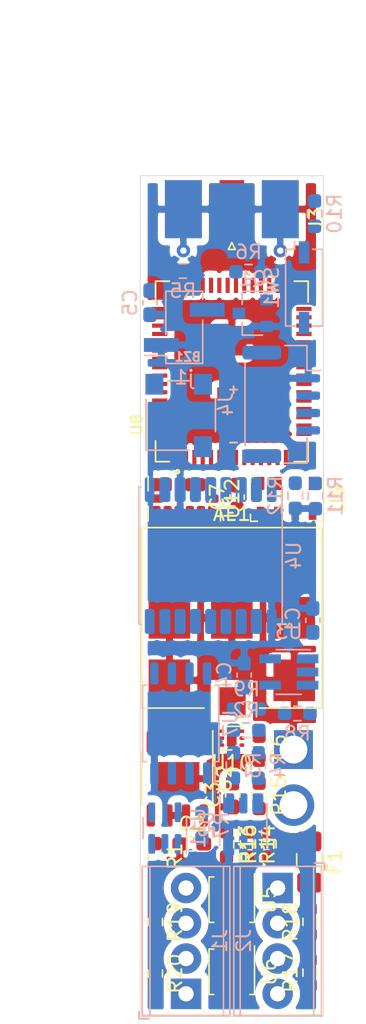
<source format=kicad_pcb>
(kicad_pcb (version 20171130) (host pcbnew 5.1.10)
  (layers (0 F.Cu signal) (1 In1.Cu signal) (2 In2.Cu signal) (31 B.Cu signal) (34 B.Paste user) (35 F.Paste user) (36 B.SilkS user) (37 F.SilkS user) (38 B.Mask user) (39 F.Mask user) (44 Edge.Cuts user))
  (net 0 "")
  (net 1 "Net-(BZ1-Pad2)")
  (net 2 /3V3)
  (net 3 "Net-(C1-Pad2)")
  (net 4 GND)
  (net 5 /3V3_BAK)
  (net 6 "Net-(C6-Pad1)")
  (net 7 "Net-(D2-Pad3)")
  (net 8 "Net-(D2-Pad2)")
  (net 9 "Net-(D2-Pad1)")
  (net 10 /V_BAT)
  (net 11 "Net-(F1-Pad1)")
  (net 12 "Net-(J3-Pad1)")
  (net 13 "Net-(R1-Pad2)")
  (net 14 "Net-(Q1-Pad1)")
  (net 15 /LED_B)
  (net 16 /LED_R)
  (net 17 /LED_G)
  (net 18 /BUZZER)
  (net 19 /BAT_SENSE)
  (net 20 "Net-(R7-Pad1)")
  (net 21 /FLASH_CS)
  (net 22 /3v3)
  (net 23 "Net-(U10-Pad2)")
  (net 24 "Net-(U10-Pad6)")
  (net 25 /GPS_TX)
  (net 26 /GPS_RX)
  (net 27 /PYRO_1_EN)
  (net 28 /PYRO_2_EN)
  (net 29 /PYRO_3_EN)
  (net 30 /PYRO_4_EN)
  (net 31 /FLASH_SCK)
  (net 32 /FLASH_MOSI)
  (net 33 /FLASH_MISO)
  (net 34 /EXT_TX)
  (net 35 /EXT_RX)
  (net 36 "Net-(U9-Pad4)")
  (net 37 "Net-(AE1-Pad1)")
  (net 38 "Net-(U12-Pad2)")
  (net 39 "Net-(R10-Pad1)")
  (net 40 /SCL3)
  (net 41 /SDA3)
  (net 42 /PYRO_1)
  (net 43 /PYRO_3)
  (net 44 /PYRO_4)
  (net 45 /PYRO_2)
  (net 46 "Net-(R13-Pad2)")
  (net 47 "Net-(R14-Pad2)")
  (net 48 "Net-(R15-Pad2)")
  (net 49 "Net-(R16-Pad1)")
  (module Resistor_SMD:R_0603_1608Metric_Pad0.98x0.95mm_HandSolder (layer F.Cu) (at 125.2855 120.0785 270)
    (fp_text reference R20 (at 0 -1.43 90) (layer F.SilkS))
    (fp_text value 10k)
    (pad 2 smd roundrect (at 0.9125 0 270) (size 0.975 0.95) (layers F.Cu F.Paste F.Mask) (net 4 GND))
    (pad 1 smd roundrect (at -0.9125 0 270) (size 0.975 0.95) (layers F.Cu F.Paste F.Mask) (net 29 /PYRO_3_EN))
  )
  (module Resistor_SMD:R_0603_1608Metric_Pad0.98x0.95mm_HandSolder (layer F.Cu) (at 125.2855 116.372 270)
    (fp_text reference R19 (at 0 -1.43 90) (layer F.SilkS))
    (fp_text value 10k)
    (pad 2 smd roundrect (at 0.9125 0 270) (size 0.975 0.95) (layers F.Cu F.Paste F.Mask) (net 4 GND))
    (pad 1 smd roundrect (at -0.9125 0 270) (size 0.975 0.95) (layers F.Cu F.Paste F.Mask) (net 27 /PYRO_1_EN))
  )
  (module Resistor_SMD:R_0603_1608Metric_Pad0.98x0.95mm_HandSolder (layer F.Cu) (at 136.4615 116.3555 90)
    (fp_text reference R18 (at 0 -1.43 90) (layer F.SilkS))
    (fp_text value 10k)
    (pad 2 smd roundrect (at 0.9125 0 90) (size 0.975 0.95) (layers F.Cu F.Paste F.Mask) (net 30 /PYRO_4_EN))
    (pad 1 smd roundrect (at -0.9125 0 90) (size 0.975 0.95) (layers F.Cu F.Paste F.Mask) (net 4 GND))
  )
  (module Resistor_SMD:R_0603_1608Metric_Pad0.98x0.95mm_HandSolder (layer F.Cu) (at 136.4615 120.015 90)
    (fp_text reference R17 (at 0 -1.43 90) (layer F.SilkS))
    (fp_text value 10k)
    (pad 2 smd roundrect (at 0.9125 0 90) (size 0.975 0.95) (layers F.Cu F.Paste F.Mask) (net 28 /PYRO_2_EN))
    (pad 1 smd roundrect (at -0.9125 0 90) (size 0.975 0.95) (layers F.Cu F.Paste F.Mask) (net 4 GND))
  )
  (module Resistor_SMD:R_0603_1608Metric_Pad0.98x0.95mm_HandSolder (layer F.Cu) (at 133.477 110.7675 90)
    (fp_text reference R16 (at 0 -1.43 90) (layer F.SilkS))
    (fp_text value 500)
    (pad 2 smd roundrect (at 0.9125 0 90) (size 0.975 0.95) (layers F.Cu F.Paste F.Mask) (net 30 /PYRO_4_EN))
    (pad 1 smd roundrect (at -0.9125 0 90) (size 0.975 0.95) (layers F.Cu F.Paste F.Mask) (net 49 "Net-(R16-Pad1)"))
  )
  (module Resistor_SMD:R_0603_1608Metric_Pad0.98x0.95mm_HandSolder (layer F.Cu) (at 132.7785 107.275 270)
    (fp_text reference R15 (at 0 -1.43 90) (layer F.SilkS))
    (fp_text value 500)
    (pad 2 smd roundrect (at 0.9125 0 270) (size 0.975 0.95) (layers F.Cu F.Paste F.Mask) (net 48 "Net-(R15-Pad2)"))
    (pad 1 smd roundrect (at -0.9125 0 270) (size 0.975 0.95) (layers F.Cu F.Paste F.Mask) (net 29 /PYRO_3_EN))
  )
  (module Resistor_SMD:R_0603_1608Metric_Pad0.98x0.95mm_HandSolder (layer F.Cu) (at 131.953 110.784 270)
    (fp_text reference R14 (at 0 -1.43 90) (layer F.SilkS))
    (fp_text value 500)
    (pad 2 smd roundrect (at 0.9125 0 270) (size 0.975 0.95) (layers F.Cu F.Paste F.Mask) (net 47 "Net-(R14-Pad2)"))
    (pad 1 smd roundrect (at -0.9125 0 270) (size 0.975 0.95) (layers F.Cu F.Paste F.Mask) (net 28 /PYRO_2_EN))
  )
  (module Resistor_SMD:R_0603_1608Metric_Pad0.98x0.95mm_HandSolder (layer F.Cu) (at 130.429 110.784 270)
    (fp_text reference R13 (at 0 -1.43 90) (layer F.SilkS))
    (fp_text value 500)
    (pad 2 smd roundrect (at 0.9125 0 270) (size 0.975 0.95) (layers F.Cu F.Paste F.Mask) (net 46 "Net-(R13-Pad2)"))
    (pad 1 smd roundrect (at -0.9125 0 270) (size 0.975 0.95) (layers F.Cu F.Paste F.Mask) (net 27 /PYRO_1_EN))
  )
  (module Resistor_SMD:R_0603_1608Metric_Pad0.98x0.95mm_HandSolder (layer B.Cu) (at 135.382 85.6615 270)
    (fp_text reference R12 (at 0 1.43 90) (layer B.SilkS) (effects (justify mirror)))
    (fp_text value 4.7k)
    (pad 2 smd roundrect (at 0.9125 0 270) (size 0.975 0.95) (layers B.Cu B.Paste B.Mask) (net 4 GND))
    (pad 1 smd roundrect (at -0.9125 0 270) (size 0.975 0.95) (layers B.Cu B.Paste B.Mask) (net 41 /SDA3))
  )
  (module Resistor_SMD:R_0603_1608Metric_Pad0.98x0.95mm_HandSolder (layer B.Cu) (at 136.8425 85.685 90)
    (fp_text reference R11 (at 0 1.43 90) (layer B.SilkS) (effects (justify mirror)))
    (fp_text value 4.7k)
    (pad 2 smd roundrect (at 0.9125 0 90) (size 0.975 0.95) (layers B.Cu B.Paste B.Mask) (net 40 /SCL3))
    (pad 1 smd roundrect (at -0.9125 0 90) (size 0.975 0.95) (layers B.Cu B.Paste B.Mask) (net 4 GND))
  )
  (module Package_SO:Vishay_PowerPAK_1212-8_Dual (layer F.Cu) (at 130.81 119.9515 270)
    (fp_text reference U6 (at 0 -2.7 90) (layer F.SilkS))
    (fp_text value Si7232DN)
    (pad 6 smd custom (at 0.5575 -0.6075 270) (size 1.725 0.99) (layers F.Cu F.Paste F.Mask) (net 44 /PYRO_4) (options (clearance outline) (anchor rect)) (primitives (gr_poly (pts (xy 0.6125 0.495) (xy 1.3725 0.495) (xy 1.3725 0.09) (xy 0.8625 0.09) (xy 0.8625 -0.165) (xy 1.3725 -0.165) (xy 1.3725 -0.5875) (xy 0.6125 -0.5875)) (width 0))))
    (pad 5 smd custom (at 0.5575 0.6075 270) (size 1.725 0.99) (layers F.Cu F.Paste F.Mask) (net 43 /PYRO_3) (options (clearance outline) (anchor rect)) (primitives (gr_poly (pts (xy 0.6125 -0.495) (xy 1.3725 -0.495) (xy 1.3725 -0.09) (xy 0.8625 -0.09) (xy 0.8625 0.165) (xy 1.3725 0.165) (xy 1.3725 0.5875) (xy 0.6125 0.5875)) (width 0))))
    (pad 4 smd rect (at -1.435 0.99 270) (size 0.99 0.405) (layers F.Cu F.Paste F.Mask) (net 48 "Net-(R15-Pad2)"))
    (pad 3 smd rect (at -1.435 0.33 270) (size 0.99 0.405) (layers F.Cu F.Paste F.Mask) (net 4 GND))
    (pad 2 smd rect (at -1.435 -0.33 270) (size 0.99 0.405) (layers F.Cu F.Paste F.Mask) (net 49 "Net-(R16-Pad1)"))
    (pad 1 smd rect (at -1.435 -0.99 270) (size 0.99 0.405) (layers F.Cu F.Paste F.Mask) (net 4 GND))
  )
  (module Package_SO:Vishay_PowerPAK_1212-8_Dual (layer F.Cu) (at 130.81 114.7585 270)
    (fp_text reference U5 (at 0 -2.7 90) (layer F.SilkS))
    (fp_text value Si7232DN)
    (pad 6 smd custom (at 0.5575 -0.6075 270) (size 1.725 0.99) (layers F.Cu F.Paste F.Mask) (net 45 /PYRO_2) (options (clearance outline) (anchor rect)) (primitives (gr_poly (pts (xy 0.6125 0.495) (xy 1.3725 0.495) (xy 1.3725 0.09) (xy 0.8625 0.09) (xy 0.8625 -0.165) (xy 1.3725 -0.165) (xy 1.3725 -0.5875) (xy 0.6125 -0.5875)) (width 0))))
    (pad 5 smd custom (at 0.5575 0.6075 270) (size 1.725 0.99) (layers F.Cu F.Paste F.Mask) (net 42 /PYRO_1) (options (clearance outline) (anchor rect)) (primitives (gr_poly (pts (xy 0.6125 -0.495) (xy 1.3725 -0.495) (xy 1.3725 -0.09) (xy 0.8625 -0.09) (xy 0.8625 0.165) (xy 1.3725 0.165) (xy 1.3725 0.5875) (xy 0.6125 0.5875)) (width 0))))
    (pad 4 smd rect (at -1.435 0.99 270) (size 0.99 0.405) (layers F.Cu F.Paste F.Mask) (net 46 "Net-(R13-Pad2)"))
    (pad 3 smd rect (at -1.435 0.33 270) (size 0.99 0.405) (layers F.Cu F.Paste F.Mask) (net 4 GND))
    (pad 2 smd rect (at -1.435 -0.33 270) (size 0.99 0.405) (layers F.Cu F.Paste F.Mask) (net 47 "Net-(R14-Pad2)"))
    (pad 1 smd rect (at -1.435 -0.99 270) (size 0.99 0.405) (layers F.Cu F.Paste F.Mask) (net 4 GND))
  )
  (module custom:xt30_pigtail (layer F.Cu) (at 135.255 103.9495 270)
    (fp_text reference U1 hide)
    (fp_text value JST-RCY)
    (fp_text user + (at 6.5 2 90) (layer F.SilkS) (effects (font (size 1.5 1.5))))
    (pad 2 thru_hole circle (at 4 0 270) (size 3 3) (drill 2) (layers *.Cu *.Mask) (net 11 "Net-(F1-Pad1)"))
    (pad 1 thru_hole rect (at 0 0 270) (size 2.8 2.8) (drill 2) (layers *.Cu *.Mask) (net 4 GND))
  )
  (module Button_Switch_SMD:SW_DIP_SPSTx01_Slide_Copal_CHS-01A_W5.08mm_P1.27mm_JPin (layer B.Cu) (at 136.017 70.6755 270)
    (fp_text reference SW1 (at 0 2.33 270) (layer B.SilkS) (effects (justify mirror)))
    (fp_text value chs-01a)
    (pad 2 smd rect (at 2.54 0 270) (size 1.6 0.76) (layers B.Cu B.Paste B.Mask) (net 39 "Net-(R10-Pad1)"))
    (pad 1 smd rect (at -2.54 0 270) (size 1.6 0.76) (layers B.Cu B.Paste B.Mask) (net 2 /3V3))
  )
  (module Resistor_SMD:R_0603_1608Metric_Pad0.98x0.95mm_HandSolder (layer B.Cu) (at 136.779 65.3415 90)
    (fp_text reference R10 (at 0 1.43 270) (layer B.SilkS) (effects (justify mirror)))
    (fp_text value 10k)
    (pad 2 smd roundrect (at 0.9125 0 90) (size 0.975 0.95) (layers B.Cu B.Paste B.Mask) (net 4 GND))
    (pad 1 smd roundrect (at -0.9125 0 90) (size 0.975 0.95) (layers B.Cu B.Paste B.Mask) (net 39 "Net-(R10-Pad1)"))
  )
  (module Connector_PinHeader_2.54mm:PinHeader_1x02_P2.54mm_Vertical_SMD_Pin1Left (layer B.Cu) (at 127.381 73.533)
    (fp_text reference j1 (at 0 3.6) (layer B.SilkS) (effects (justify mirror)))
    (fp_text value power)
    (pad 2 smd rect (at 1.655 -1.27) (size 2.51 1) (layers B.Cu B.Paste B.Mask) (net 13 "Net-(R1-Pad2)"))
    (pad 1 smd rect (at -1.655 1.27) (size 2.51 1) (layers B.Cu B.Paste B.Mask) (net 4 GND))
  )
  (module Package_LGA:LGA-14_3x5mm_P0.8mm_LayoutBorder1x6y (layer F.Cu) (at 127.381 85.868 270)
    (fp_text reference U12 (at 0 -3.45 90) (layer F.SilkS))
    (fp_text value ADXL343)
    (pad 14 smd roundrect (at 0 -2 270) (size 0.6 0.95) (layers F.Cu F.Paste F.Mask) (net 41 /SDA3))
    (pad 13 smd roundrect (at 1 -2 270) (size 0.95 0.6) (layers F.Cu F.Paste F.Mask))
    (pad 12 smd roundrect (at 1 -1.2 270) (size 0.95 0.6) (layers F.Cu F.Paste F.Mask))
    (pad 11 smd roundrect (at 1 -0.4 270) (size 0.95 0.6) (layers F.Cu F.Paste F.Mask))
    (pad 10 smd roundrect (at 1 0.4 270) (size 0.95 0.6) (layers F.Cu F.Paste F.Mask))
    (pad 9 smd roundrect (at 1 1.2 270) (size 0.95 0.6) (layers F.Cu F.Paste F.Mask))
    (pad 8 smd roundrect (at 1 2 270) (size 0.95 0.6) (layers F.Cu F.Paste F.Mask))
    (pad 7 smd roundrect (at 0 2 270) (size 0.6 0.95) (layers F.Cu F.Paste F.Mask) (net 40 /SCL3))
    (pad 6 smd roundrect (at -1 2 270) (size 0.95 0.6) (layers F.Cu F.Paste F.Mask))
    (pad 5 smd roundrect (at -1 1.2 270) (size 0.95 0.6) (layers F.Cu F.Paste F.Mask) (net 38 "Net-(U12-Pad2)"))
    (pad 4 smd roundrect (at -1 0.4 270) (size 0.95 0.6) (layers F.Cu F.Paste F.Mask) (net 38 "Net-(U12-Pad2)"))
    (pad 3 smd roundrect (at -1 -0.4 270) (size 0.95 0.6) (layers F.Cu F.Paste F.Mask))
    (pad 2 smd roundrect (at -1 -1.2 270) (size 0.95 0.6) (layers F.Cu F.Paste F.Mask) (net 38 "Net-(U12-Pad2)"))
    (pad 1 smd roundrect (at -1 -2 270) (size 0.95 0.6) (layers F.Cu F.Paste F.Mask))
  )
  (module custom:XDCR_CMT-0502-75-SMT-TR (layer B.Cu) (at 127.127 79.883 180)
    (fp_text reference BZ1 (at -0.508 4.2164) (layer B.SilkS) (effects (font (size 0.64 0.64)) (justify mirror)))
    (fp_text value "CMT-0502-75-SMT-TR ")
    (fp_text user - (at -3.81 -1.905) (layer B.SilkS) (effects (font (size 0.64 0.64)) (justify mirror)))
    (fp_text user + (at -3.81 1.905) (layer B.SilkS) (effects (font (size 0.64 0.64)) (justify mirror)))
    (pad 2 smd rect (at -1.6 -2.25 180) (size 1.3 1.5) (layers B.Cu B.Paste B.Mask) (net 1 "Net-(BZ1-Pad2)"))
    (pad 1 smd rect (at -1.6 2.25 180) (size 1.3 1.5) (layers B.Cu B.Paste B.Mask) (net 2 /3V3))
    (pad ~ smd rect (at 1.9 2.25 180) (size 1.3 1.5) (layers B.Cu B.Paste B.Mask))
  )
  (module Connector_JST:JST_GH_BM04B-GHS-TBT_1x04-1MP_P1.25mm_Vertical (layer B.Cu) (at 134.369 79.079 270)
    (fp_text reference J4 (at 0 4 270) (layer B.SilkS) (effects (justify mirror)))
    (fp_text value Conn_01x04)
    (pad MP smd roundrect (at 3.725 1.4 270) (size 1 2.8) (layers B.Cu B.Paste B.Mask))
    (pad MP smd roundrect (at -3.725 1.4 270) (size 1 2.8) (layers B.Cu B.Paste B.Mask))
    (pad 4 smd roundrect (at 1.875 -1.95 270) (size 0.6 1.7) (layers B.Cu B.Paste B.Mask) (net 2 /3V3))
    (pad 3 smd roundrect (at 0.625 -1.95 270) (size 0.6 1.7) (layers B.Cu B.Paste B.Mask) (net 34 /EXT_TX))
    (pad 2 smd roundrect (at -0.625 -1.95 270) (size 0.6 1.7) (layers B.Cu B.Paste B.Mask) (net 35 /EXT_RX))
    (pad 1 smd roundrect (at -1.875 -1.95 270) (size 0.6 1.7) (layers B.Cu B.Paste B.Mask) (net 4 GND))
  )
  (module custom:SGGP.12.4.A.02 (layer F.Cu) (at 130.81 100.457)
    (fp_text reference AE1 (at 0 -13.5) (layer F.SilkS))
    (fp_text value SGGP.12A)
    (pad 1 smd rect (at 0 0) (size 2 2) (layers F.Cu F.Paste F.Mask) (net 37 "Net-(AE1-Pad1)"))
    (pad 2 smd rect (at 4.5 -10.5) (size 3 3) (layers F.Cu F.Paste F.Mask) (net 4 GND))
    (pad 2 smd rect (at 0 -10.5) (size 3 3) (layers F.Cu F.Paste F.Mask) (net 4 GND))
    (pad 2 smd rect (at -4.5 -10.5) (size 3 3) (layers F.Cu F.Paste F.Mask) (net 4 GND))
    (pad 2 smd rect (at -4.5 -6) (size 3 3) (layers F.Cu F.Paste F.Mask) (net 4 GND))
    (pad 2 smd rect (at 4.5 -6) (size 3 3) (layers F.Cu F.Paste F.Mask) (net 4 GND))
    (pad 2 smd rect (at 0 -6) (size 3 3) (layers F.Cu F.Paste F.Mask) (net 4 GND))
    (pad 2 smd rect (at 4.5 -1.5) (size 3 3) (layers F.Cu F.Paste F.Mask) (net 4 GND))
    (pad 2 smd rect (at -4.5 -1.5) (size 3 3) (layers F.Cu F.Paste F.Mask) (net 4 GND))
  )
  (module custom:SC-74-a (layer B.Cu) (at 125.984 109.601 90)
    (fp_text reference U11 (at 0 2.4 270) (layer B.SilkS) (effects (justify mirror)))
    (fp_text value SBE807)
    (pad 5 smd roundrect (at 1.1375 0.95 90) (size 1.425 0.5) (layers B.Cu B.Paste B.Mask) (net 3 "Net-(C1-Pad2)"))
    (pad 4 smd roundrect (at 1.1375 -0.95 90) (size 1.425 0.5) (layers B.Cu B.Paste B.Mask) (net 20 "Net-(R7-Pad1)"))
    (pad 3 smd roundrect (at -1.1375 -0.95 90) (size 1.425 0.5) (layers B.Cu B.Paste B.Mask) (net 11 "Net-(F1-Pad1)"))
    (pad 2 smd roundrect (at -1.1375 0 90) (size 1.425 0.5) (layers B.Cu B.Paste B.Mask))
    (pad 1 smd roundrect (at -1.1375 0.95 90) (size 1.425 0.5) (layers B.Cu B.Paste B.Mask) (net 11 "Net-(F1-Pad1)"))
  )
  (module RF:Skyworks_SKY65404-31 (layer F.Cu) (at 130.81 103.124 180)
    (fp_text reference U10 (at 0 -1.75 180) (layer F.SilkS))
    (fp_text value SKY65723-81)
    (pad 1 smd roundrect (at -0.725 -0.5 180) (size 0.35 0.25) (layers F.Cu F.Paste F.Mask) (net 6 "Net-(C6-Pad1)"))
    (pad 2 smd roundrect (at -0.725 0 180) (size 0.35 0.25) (layers F.Cu F.Paste F.Mask) (net 23 "Net-(U10-Pad2)"))
    (pad 3 smd roundrect (at -0.725 0.5 180) (size 0.35 0.25) (layers F.Cu F.Paste F.Mask) (net 37 "Net-(AE1-Pad1)"))
    (pad 4 smd roundrect (at 0.725 0.5 180) (size 0.35 0.25) (layers F.Cu F.Paste F.Mask))
    (pad 5 smd roundrect (at 0.725 0 180) (size 0.35 0.25) (layers F.Cu F.Paste F.Mask))
    (pad 6 smd roundrect (at 0.725 -0.5 180) (size 0.35 0.25) (layers F.Cu F.Paste F.Mask) (net 24 "Net-(U10-Pad6)"))
    (pad 7 smd custom (at 0 0 180) (size 0.35 0.25) (layers F.Cu F.Paste F.Mask) (net 4 GND) (options (clearance outline) (anchor rect)) (primitives (gr_poly (pts (xy 0.35 -0.6) (xy 0.35 0) (xy 0.35 0.6) (xy 0.1 0.6) (xy 0.1 0.65) (xy -0.1 0.65) (xy -0.1 0.6) (xy -0.35 0.6) (xy -0.35 -0.45) (xy -0.2 -0.6) (xy -0.1 -0.6) (xy -0.1 -0.65) (xy 0.1 -0.65) (xy 0.1 -0.6)) (width 0))))
  )
  (module Package_LGA:LGA-8_3x5mm_P1.25mm (layer F.Cu) (at 134.757 85.852 270)
    (fp_text reference U9 (at 0 -3.65 90) (layer F.SilkS))
    (fp_text value MS5607-02BA)
    (pad 5 smd rect (at 1.075 1.875 270) (size 0.95 0.55) (layers F.Cu F.Paste F.Mask) (net 36 "Net-(U9-Pad4)"))
    (pad 6 smd rect (at 1.075 0.625 270) (size 0.95 0.55) (layers F.Cu F.Paste F.Mask))
    (pad 7 smd rect (at 1.075 -0.625 270) (size 0.95 0.55) (layers F.Cu F.Paste F.Mask) (net 41 /SDA3))
    (pad 8 smd rect (at 1.075 -1.875 270) (size 0.95 0.55) (layers F.Cu F.Paste F.Mask) (net 40 /SCL3))
    (pad 3 smd rect (at -1.075 0.625 270) (size 0.95 0.55) (layers F.Cu F.Paste F.Mask) (net 4 GND))
    (pad 2 smd rect (at -1.075 -0.625 270) (size 0.95 0.55) (layers F.Cu F.Paste F.Mask) (net 2 /3V3))
    (pad 1 smd rect (at -1.075 -1.875 270) (size 0.95 0.55) (layers F.Cu F.Paste F.Mask) (net 2 /3V3))
    (pad 4 smd rect (at -1.075 1.875 270) (size 0.95 0.55) (layers F.Cu F.Paste F.Mask) (net 36 "Net-(U9-Pad4)"))
  )
  (module custom:s76s (layer F.Cu) (at 130.81 76.708 90)
    (fp_text reference U8 (at -3.85268 -6.85478 90) (layer F.SilkS) (effects (font (size 0.787953 0.787953))))
    (fp_text value s76s)
    (pad 1 smd rect (at -6.2 -3.9 90) (size 1.1 0.3) (layers F.Cu F.Paste F.Mask))
    (pad 2 smd rect (at -6.2 -3.3 90) (size 1.1 0.3) (layers F.Cu F.Paste F.Mask) (net 4 GND))
    (pad 3 smd rect (at -6.2 -2.7 90) (size 1.1 0.3) (layers F.Cu F.Paste F.Mask) (net 4 GND))
    (pad 4 smd rect (at -6.2 -2.1 90) (size 1.1 0.3) (layers F.Cu F.Paste F.Mask) (net 40 /SCL3))
    (pad 5 smd rect (at -6.2 -1.5 90) (size 1.1 0.3) (layers F.Cu F.Paste F.Mask) (net 41 /SDA3))
    (pad 6 smd rect (at -6.2 -0.9 90) (size 1.1 0.3) (layers F.Cu F.Paste F.Mask))
    (pad 7 smd rect (at -6.2 -0.3 90) (size 1.1 0.3) (layers F.Cu F.Paste F.Mask))
    (pad 8 smd rect (at -6.2 0.3 90) (size 1.1 0.3) (layers F.Cu F.Paste F.Mask))
    (pad 9 smd rect (at -6.2 0.9 90) (size 1.1 0.3) (layers F.Cu F.Paste F.Mask))
    (pad 10 smd rect (at -6.2 1.5 90) (size 1.1 0.3) (layers F.Cu F.Paste F.Mask))
    (pad 11 smd rect (at -6.2 2.1 90) (size 1.1 0.3) (layers F.Cu F.Paste F.Mask))
    (pad 12 smd rect (at -6.2 2.7 90) (size 1.1 0.3) (layers F.Cu F.Paste F.Mask))
    (pad 13 smd rect (at -6.2 3.3 90) (size 1.1 0.3) (layers F.Cu F.Paste F.Mask) (net 18 /BUZZER))
    (pad 14 smd rect (at -6.2 3.9 90) (size 1.1 0.3) (layers F.Cu F.Paste F.Mask) (net 4 GND))
    (pad 15 smd rect (at -4.5 5.2 90) (size 0.3 1.1) (layers F.Cu F.Paste F.Mask) (net 4 GND))
    (pad 16 smd rect (at -3.9 5.2 90) (size 0.3 1.1) (layers F.Cu F.Paste F.Mask) (net 34 /EXT_TX))
    (pad 17 smd rect (at -3.3 5.2 90) (size 0.3 1.1) (layers F.Cu F.Paste F.Mask) (net 35 /EXT_RX))
    (pad 18 smd rect (at -2.7 5.2 90) (size 0.3 1.1) (layers F.Cu F.Paste F.Mask) (net 21 /FLASH_CS))
    (pad 19 smd rect (at -2.1 5.2 90) (size 0.3 1.1) (layers F.Cu F.Paste F.Mask) (net 31 /FLASH_SCK))
    (pad 20 smd rect (at -1.5 5.2 90) (size 0.3 1.1) (layers F.Cu F.Paste F.Mask) (net 33 /FLASH_MISO))
    (pad 21 smd rect (at -0.9 5.2 90) (size 0.3 1.1) (layers F.Cu F.Paste F.Mask) (net 32 /FLASH_MOSI))
    (pad 22 smd rect (at -0.3 5.2 90) (size 0.3 1.1) (layers F.Cu F.Paste F.Mask))
    (pad 23 smd rect (at 0.3 5.2 90) (size 0.3 1.1) (layers F.Cu F.Paste F.Mask))
    (pad 24 smd rect (at 0.9 5.2 90) (size 0.3 1.1) (layers F.Cu F.Paste F.Mask))
    (pad 25 smd rect (at 1.5 5.2 90) (size 0.3 1.1) (layers F.Cu F.Paste F.Mask))
    (pad 26 smd rect (at 2.1 5.2 90) (size 0.3 1.1) (layers F.Cu F.Paste F.Mask) (net 15 /LED_B))
    (pad 27 smd rect (at 2.7 5.2 90) (size 0.3 1.1) (layers F.Cu F.Paste F.Mask) (net 16 /LED_R))
    (pad 28 smd rect (at 3.3 5.2 90) (size 0.3 1.1) (layers F.Cu F.Paste F.Mask) (net 17 /LED_G))
    (pad 29 smd rect (at 3.9 5.2 90) (size 0.3 1.1) (layers F.Cu F.Paste F.Mask))
    (pad 30 smd rect (at 4.5 5.2 90) (size 0.3 1.1) (layers F.Cu F.Paste F.Mask))
    (pad 31 smd rect (at 6.2 3.9 90) (size 1.1 0.3) (layers F.Cu F.Paste F.Mask) (net 4 GND))
    (pad 32 smd rect (at 6.2 3.3 90) (size 1.1 0.3) (layers F.Cu F.Paste F.Mask) (net 4 GND))
    (pad 33 smd rect (at 6.2 2.7 90) (size 1.1 0.3) (layers F.Cu F.Paste F.Mask) (net 12 "Net-(J3-Pad1)"))
    (pad 34 smd rect (at 6.2 2.1 90) (size 1.1 0.3) (layers F.Cu F.Paste F.Mask) (net 4 GND))
    (pad 35 smd rect (at 6.2 1.5 90) (size 1.1 0.3) (layers F.Cu F.Paste F.Mask) (net 4 GND))
    (pad 36 smd rect (at 6.2 0.9 90) (size 1.1 0.3) (layers F.Cu F.Paste F.Mask) (net 18 /BUZZER))
    (pad 37 smd rect (at 6.2 0.3 90) (size 1.1 0.3) (layers F.Cu F.Paste F.Mask) (net 4 GND))
    (pad 38 smd rect (at 6.2 -0.3 90) (size 1.1 0.3) (layers F.Cu F.Paste F.Mask))
    (pad 39 smd rect (at 6.2 -0.9 90) (size 1.1 0.3) (layers F.Cu F.Paste F.Mask) (net 4 GND))
    (pad 40 smd rect (at 6.2 -1.5 90) (size 1.1 0.3) (layers F.Cu F.Paste F.Mask))
    (pad 41 smd rect (at 6.2 -2.1 90) (size 1.1 0.3) (layers F.Cu F.Paste F.Mask) (net 4 GND))
    (pad 42 smd rect (at 6.2 -2.7 90) (size 1.1 0.3) (layers F.Cu F.Paste F.Mask))
    (pad 43 smd rect (at 6.2 -3.3 90) (size 1.1 0.3) (layers F.Cu F.Paste F.Mask) (net 2 /3V3))
    (pad 44 smd rect (at 6.2 -3.9 90) (size 1.1 0.3) (layers F.Cu F.Paste F.Mask) (net 2 /3V3))
    (pad 45 smd rect (at 4.5 -5.2 90) (size 0.3 1.1) (layers F.Cu F.Paste F.Mask))
    (pad 46 smd rect (at 3.9 -5.2 90) (size 0.3 1.1) (layers F.Cu F.Paste F.Mask))
    (pad 47 smd rect (at 3.3 -5.2 90) (size 0.3 1.1) (layers F.Cu F.Paste F.Mask))
    (pad 48 smd rect (at 2.7 -5.2 90) (size 0.3 1.1) (layers F.Cu F.Paste F.Mask))
    (pad 49 smd rect (at 2.1 -5.2 90) (size 0.3 1.1) (layers F.Cu F.Paste F.Mask))
    (pad 50 smd rect (at 1.5 -5.2 90) (size 0.3 1.1) (layers F.Cu F.Paste F.Mask))
    (pad 51 smd rect (at 0.9 -5.2 90) (size 0.3 1.1) (layers F.Cu F.Paste F.Mask))
    (pad 52 smd rect (at 0.3 -5.2 90) (size 0.3 1.1) (layers F.Cu F.Paste F.Mask) (net 25 /GPS_TX))
    (pad 53 smd rect (at -0.3 -5.2 90) (size 0.3 1.1) (layers F.Cu F.Paste F.Mask) (net 26 /GPS_RX))
    (pad 54 smd rect (at -0.9 -5.2 90) (size 0.3 1.1) (layers F.Cu F.Paste F.Mask))
    (pad 55 smd rect (at -1.5 -5.2 90) (size 0.3 1.1) (layers F.Cu F.Paste F.Mask))
    (pad 56 smd rect (at -2.1 -5.2 90) (size 0.3 1.1) (layers F.Cu F.Paste F.Mask))
    (pad 57 smd rect (at -2.7 -5.2 90) (size 0.3 1.1) (layers F.Cu F.Paste F.Mask))
    (pad 58 smd rect (at -3.3 -5.2 90) (size 0.3 1.1) (layers F.Cu F.Paste F.Mask))
    (pad 59 smd rect (at -3.9 -5.2 90) (size 0.3 1.1) (layers F.Cu F.Paste F.Mask) (net 39 "Net-(R10-Pad1)"))
    (pad 60 smd rect (at -4.5 -5.2 90) (size 0.3 1.1) (layers F.Cu F.Paste F.Mask))
    (pad 61 smd rect (at -2.2 0 90) (size 2.1 2.1) (layers F.Cu F.Paste F.Mask) (net 4 GND))
    (pad 62 smd rect (at 2.2 0 90) (size 2.1 2.1) (layers F.Cu F.Paste F.Mask) (net 4 GND))
  )
  (module Package_SO:SOIC-8_5.275x5.275mm_P1.27mm (layer B.Cu) (at 127.127 102.064 90)
    (fp_text reference U7 (at 0 3.59 90) (layer B.SilkS) (effects (justify mirror)))
    (fp_text value W25Q16JVS)
    (pad 8 smd roundrect (at 3.6 1.905 90) (size 1.6 0.6) (layers B.Cu B.Paste B.Mask) (net 22 /3v3))
    (pad 7 smd roundrect (at 3.6 0.635 90) (size 1.6 0.6) (layers B.Cu B.Paste B.Mask) (net 22 /3v3))
    (pad 6 smd roundrect (at 3.6 -0.635 90) (size 1.6 0.6) (layers B.Cu B.Paste B.Mask) (net 31 /FLASH_SCK))
    (pad 5 smd roundrect (at 3.6 -1.905 90) (size 1.6 0.6) (layers B.Cu B.Paste B.Mask) (net 32 /FLASH_MOSI))
    (pad 4 smd roundrect (at -3.6 -1.905 90) (size 1.6 0.6) (layers B.Cu B.Paste B.Mask) (net 4 GND))
    (pad 3 smd roundrect (at -3.6 -0.635 90) (size 1.6 0.6) (layers B.Cu B.Paste B.Mask) (net 2 /3V3))
    (pad 2 smd roundrect (at -3.6 0.635 90) (size 1.6 0.6) (layers B.Cu B.Paste B.Mask) (net 33 /FLASH_MISO))
    (pad 1 smd roundrect (at -3.6 1.905 90) (size 1.6 0.6) (layers B.Cu B.Paste B.Mask) (net 21 /FLASH_CS))
  )
  (module RF_GPS:ublox_MAX (layer B.Cu) (at 129.284 89.967 90)
    (fp_text reference U4 (at 0 6 90) (layer B.SilkS) (effects (justify mirror)))
    (fp_text value MAX-M8C)
    (pad 18 smd roundrect (at 4.75 4.4 90) (size 1.8 0.7) (layers B.Cu B.Paste B.Mask))
    (pad 17 smd roundrect (at 4.75 3.3 90) (size 1.8 0.8) (layers B.Cu B.Paste B.Mask))
    (pad 16 smd roundrect (at 4.75 2.2 90) (size 1.8 0.8) (layers B.Cu B.Paste B.Mask))
    (pad 15 smd roundrect (at 4.75 1.1 90) (size 1.8 0.8) (layers B.Cu B.Paste B.Mask))
    (pad 14 smd roundrect (at 4.75 0 90) (size 1.8 0.8) (layers B.Cu B.Paste B.Mask) (net 6 "Net-(C6-Pad1)"))
    (pad 13 smd roundrect (at 4.75 -1.1 90) (size 1.8 0.8) (layers B.Cu B.Paste B.Mask) (net 23 "Net-(U10-Pad2)"))
    (pad 12 smd roundrect (at 4.75 -2.2 90) (size 1.8 0.8) (layers B.Cu B.Paste B.Mask) (net 4 GND))
    (pad 11 smd roundrect (at 4.75 -3.3 90) (size 1.8 0.8) (layers B.Cu B.Paste B.Mask) (net 24 "Net-(U10-Pad6)"))
    (pad 10 smd roundrect (at 4.75 -4.4 90) (size 1.8 0.7) (layers B.Cu B.Paste B.Mask) (net 4 GND))
    (pad 9 smd roundrect (at -4.75 -4.4 90) (size 1.8 0.7) (layers B.Cu B.Paste B.Mask))
    (pad 8 smd roundrect (at -4.75 -3.3 90) (size 1.8 0.8) (layers B.Cu B.Paste B.Mask) (net 2 /3V3))
    (pad 7 smd roundrect (at -4.75 -2.2 90) (size 1.8 0.8) (layers B.Cu B.Paste B.Mask) (net 2 /3V3))
    (pad 6 smd roundrect (at -4.75 -1.1 90) (size 1.8 0.8) (layers B.Cu B.Paste B.Mask) (net 5 /3V3_BAK))
    (pad 5 smd roundrect (at -4.75 0 90) (size 1.8 0.8) (layers B.Cu B.Paste B.Mask))
    (pad 4 smd roundrect (at -4.75 1.1 90) (size 1.8 0.8) (layers B.Cu B.Paste B.Mask))
    (pad 3 smd roundrect (at -4.75 2.2 90) (size 1.8 0.8) (layers B.Cu B.Paste B.Mask) (net 25 /GPS_TX))
    (pad 2 smd roundrect (at -4.75 3.3 90) (size 1.8 0.8) (layers B.Cu B.Paste B.Mask) (net 26 /GPS_RX))
    (pad 1 smd roundrect (at -4.75 4.4 90) (size 1.8 0.7) (layers B.Cu B.Paste B.Mask) (net 4 GND))
  )
  (module Package_TO_SOT_SMD:SOT-23-5_HandSoldering (layer B.Cu) (at 134.921 98.359 180)
    (fp_text reference U3 (at 0 2.9) (layer B.SilkS) (effects (justify mirror)))
    (fp_text value AP2205-33W5)
    (pad 5 smd rect (at 1.35 0.95 180) (size 1.56 0.65) (layers B.Cu B.Paste B.Mask) (net 5 /3V3_BAK))
    (pad 4 smd rect (at 1.35 -0.95 180) (size 1.56 0.65) (layers B.Cu B.Paste B.Mask))
    (pad 3 smd rect (at -1.35 -0.95 180) (size 1.56 0.65) (layers B.Cu B.Paste B.Mask) (net 3 "Net-(C1-Pad2)"))
    (pad 2 smd rect (at -1.35 0 180) (size 1.56 0.65) (layers B.Cu B.Paste B.Mask) (net 4 GND))
    (pad 1 smd rect (at -1.35 0.95 180) (size 1.56 0.65) (layers B.Cu B.Paste B.Mask) (net 3 "Net-(C1-Pad2)"))
  )
  (module Package_SO:HTSOP-8-1EP_3.9x4.9mm_P1.27mm_EP2.4x3.2mm (layer F.Cu) (at 126.873 106.045 270)
    (fp_text reference U2 (at 0 -3.4 90) (layer F.SilkS))
    (fp_text value BD33GA5WEFJ)
    (pad 9 smd rect (at 0 0 270) (size 2.4 3.2) (layers F.Cu F.Mask) (net 4 GND))
    (pad 8 smd roundrect (at 2.65 -1.905 270) (size 1.6 0.6) (layers F.Cu F.Paste F.Mask) (net 3 "Net-(C1-Pad2)"))
    (pad 7 smd roundrect (at 2.65 -0.635 270) (size 1.6 0.6) (layers F.Cu F.Paste F.Mask) (net 4 GND))
    (pad 6 smd roundrect (at 2.65 0.635 270) (size 1.6 0.6) (layers F.Cu F.Paste F.Mask) (net 4 GND))
    (pad 5 smd roundrect (at 2.65 1.905 270) (size 1.6 0.6) (layers F.Cu F.Paste F.Mask) (net 13 "Net-(R1-Pad2)"))
    (pad 4 smd roundrect (at -2.65 1.905 270) (size 1.6 0.6) (layers F.Cu F.Paste F.Mask) (net 4 GND))
    (pad 3 smd roundrect (at -2.65 0.635 270) (size 1.6 0.6) (layers F.Cu F.Paste F.Mask) (net 4 GND))
    (pad 2 smd roundrect (at -2.65 -0.635 270) (size 1.6 0.6) (layers F.Cu F.Paste F.Mask) (net 2 /3V3))
    (pad 1 smd roundrect (at -2.65 -1.905 270) (size 1.6 0.6) (layers F.Cu F.Paste F.Mask) (net 2 /3V3))
  )
  (module Resistor_SMD:R_0603_1608Metric_Pad0.98x0.95mm_HandSolder (layer B.Cu) (at 131.866 101.0285 180)
    (fp_text reference R9 (at 0 1.43) (layer B.SilkS) (effects (justify mirror)))
    (fp_text value 10k)
    (pad 2 smd roundrect (at 0.9125 0 180) (size 0.975 0.95) (layers B.Cu B.Paste B.Mask) (net 21 /FLASH_CS))
    (pad 1 smd roundrect (at -0.9125 0 180) (size 0.975 0.95) (layers B.Cu B.Paste B.Mask) (net 22 /3v3))
  )
  (module Resistor_SMD:R_0603_1608Metric_Pad0.98x0.95mm_HandSolder (layer B.Cu) (at 135.5325 101.346)
    (fp_text reference R8 (at 0 1.43) (layer B.SilkS) (effects (justify mirror)))
    (fp_text value 3k)
    (pad 2 smd roundrect (at 0.9125 0) (size 0.975 0.95) (layers B.Cu B.Paste B.Mask) (net 4 GND))
    (pad 1 smd roundrect (at -0.9125 0) (size 0.975 0.95) (layers B.Cu B.Paste B.Mask) (net 19 /BAT_SENSE))
  )
  (module Resistor_SMD:R_0603_1608Metric_Pad0.98x0.95mm_HandSolder (layer B.Cu) (at 128.651 109.4105 90)
    (fp_text reference R7 (at 0 1.43 90) (layer B.SilkS) (effects (justify mirror)))
    (fp_text value 10k)
    (pad 2 smd roundrect (at 0.9125 0 90) (size 0.975 0.95) (layers B.Cu B.Paste B.Mask) (net 19 /BAT_SENSE))
    (pad 1 smd roundrect (at -0.9125 0 90) (size 0.975 0.95) (layers B.Cu B.Paste B.Mask) (net 20 "Net-(R7-Pad1)"))
  )
  (module Resistor_SMD:R_0603_1608Metric_Pad0.98x0.95mm_HandSolder (layer B.Cu) (at 132.0165 69.5325 180)
    (fp_text reference R6 (at 0 1.43) (layer B.SilkS) (effects (justify mirror)))
    (fp_text value 10k)
    (pad 2 smd roundrect (at 0.9125 0 180) (size 0.975 0.95) (layers B.Cu B.Paste B.Mask) (net 18 /BUZZER))
    (pad 1 smd roundrect (at -0.9125 0 180) (size 0.975 0.95) (layers B.Cu B.Paste B.Mask) (net 4 GND))
  )
  (module Resistor_SMD:R_0603_1608Metric_Pad0.98x0.95mm_HandSolder (layer B.Cu) (at 127.2775 69.469)
    (fp_text reference R5 (at 0 1.43) (layer B.SilkS) (effects (justify mirror)))
    (fp_text value 500)
    (pad 2 smd roundrect (at 0.9125 0) (size 0.975 0.95) (layers B.Cu B.Paste B.Mask) (net 18 /BUZZER))
    (pad 1 smd roundrect (at -0.9125 0) (size 0.975 0.95) (layers B.Cu B.Paste B.Mask) (net 14 "Net-(Q1-Pad1)"))
  )
  (module Resistor_SMD:R_0603_1608Metric_Pad0.98x0.95mm_HandSolder (layer B.Cu) (at 132.715 105.0925 90)
    (fp_text reference R4 (at 0 1.43 90) (layer B.SilkS) (effects (justify mirror)))
    (fp_text value 120)
    (pad 2 smd roundrect (at 0.9125 0 90) (size 0.975 0.95) (layers B.Cu B.Paste B.Mask) (net 17 /LED_G))
    (pad 1 smd roundrect (at -0.9125 0 90) (size 0.975 0.95) (layers B.Cu B.Paste B.Mask) (net 7 "Net-(D2-Pad3)"))
  )
  (module Resistor_SMD:R_0603_1608Metric_Pad0.98x0.95mm_HandSolder (layer B.Cu) (at 130.937 105.0925 90)
    (fp_text reference R3 (at 0 1.43 270) (layer B.SilkS) (effects (justify mirror)))
    (fp_text value 500)
    (pad 2 smd roundrect (at 0.9125 0 90) (size 0.975 0.95) (layers B.Cu B.Paste B.Mask) (net 16 /LED_R))
    (pad 1 smd roundrect (at -0.9125 0 90) (size 0.975 0.95) (layers B.Cu B.Paste B.Mask) (net 8 "Net-(D2-Pad2)"))
  )
  (module Resistor_SMD:R_0603_1608Metric_Pad0.98x0.95mm_HandSolder (layer B.Cu) (at 131.8495 102.5525 180)
    (fp_text reference R2 (at 0 1.43 180) (layer B.SilkS) (effects (justify mirror)))
    (fp_text value 120)
    (pad 2 smd roundrect (at 0.9125 0 180) (size 0.975 0.95) (layers B.Cu B.Paste B.Mask) (net 15 /LED_B))
    (pad 1 smd roundrect (at -0.9125 0 180) (size 0.975 0.95) (layers B.Cu B.Paste B.Mask) (net 9 "Net-(D2-Pad1)"))
  )
  (module Resistor_SMD:R_0603_1608Metric_Pad0.98x0.95mm_HandSolder (layer F.Cu) (at 125.2855 111.633 270)
    (fp_text reference R1 (at 0 -1.43 90) (layer F.SilkS))
    (fp_text value 10k)
    (pad 2 smd roundrect (at 0.9125 0 270) (size 0.975 0.95) (layers F.Cu F.Paste F.Mask) (net 13 "Net-(R1-Pad2)"))
    (pad 1 smd roundrect (at -0.9125 0 270) (size 0.975 0.95) (layers F.Cu F.Paste F.Mask) (net 3 "Net-(C1-Pad2)"))
  )
  (module Package_TO_SOT_SMD:SOT-23 (layer B.Cu) (at 132.318 72.517 180)
    (fp_text reference Q1 (at 0 2.5) (layer B.SilkS) (effects (justify mirror)))
    (fp_text value MMBT3904)
    (pad 3 smd rect (at 1 0 180) (size 0.9 0.8) (layers B.Cu B.Paste B.Mask) (net 1 "Net-(BZ1-Pad2)"))
    (pad 2 smd rect (at -1 -0.95 180) (size 0.9 0.8) (layers B.Cu B.Paste B.Mask) (net 4 GND))
    (pad 1 smd rect (at -1 0.95 180) (size 0.9 0.8) (layers B.Cu B.Paste B.Mask) (net 14 "Net-(Q1-Pad1)"))
  )
  (module Connector_Coaxial:SMA_Molex_73251-2120_EdgeMount_Horizontal (layer F.Cu) (at 130.81 65.024 90)
    (fp_text reference J3 (at -0.705 6.1 90) (layer F.SilkS))
    (fp_text value sma)
    (pad 2 smd rect (at -2.54 3.4925 90) (size 0.89 0.46) (layers B.Cu) (net 4 GND))
    (pad 2 thru_hole circle (at -2.985 3.4925 90) (size 0.97 0.97) (drill 0.46) (layers *.Cu) (net 4 GND))
    (pad 2 smd rect (at -2.54 3.4925 90) (size 0.89 0.46) (layers F.Cu) (net 4 GND))
    (pad 2 smd rect (at 0 -3.4925 90) (size 4.19 2.665) (layers B.Cu B.Paste B.Mask) (net 4 GND))
    (pad 2 smd rect (at 0 -3.4925 90) (size 4.19 2.665) (layers F.Cu F.Paste F.Mask) (net 4 GND))
    (pad 2 smd rect (at 0 3.4925 90) (size 4.19 2.665) (layers B.Cu B.Paste B.Mask) (net 4 GND))
    (pad 1 smd rect (at 0 0 90) (size 4.19 1.78) (layers F.Cu F.Paste F.Mask) (net 12 "Net-(J3-Pad1)"))
    (pad 2 smd rect (at 0 3.4925 90) (size 4.19 2.665) (layers F.Cu F.Paste F.Mask) (net 4 GND))
    (pad 2 thru_hole circle (at -2.985 -3.4925 90) (size 0.97 0.97) (drill 0.46) (layers *.Cu) (net 4 GND))
    (pad 2 smd rect (at -2.54 -3.4925 90) (size 0.89 0.46) (layers F.Cu) (net 4 GND))
    (pad 2 smd rect (at -2.54 -3.4925 90) (size 0.89 0.46) (layers B.Cu) (net 4 GND))
  )
  (module TerminalBlock_Phoenix:TerminalBlock_Phoenix_MPT-0,5-4-2.54_1x04_P2.54mm_Horizontal (layer B.Cu) (at 127.508 121.539 90)
    (fp_text reference J2 (at 3.81 4.16 90) (layer B.SilkS) (effects (justify mirror)))
    (fp_text value Conn_01x04)
    (pad 4 thru_hole circle (at 7.62 0 90) (size 2.2 2.2) (drill 1.1) (layers *.Cu *.Mask) (net 10 /V_BAT))
    (pad 3 thru_hole circle (at 5.08 0 90) (size 2.2 2.2) (drill 1.1) (layers *.Cu *.Mask) (net 42 /PYRO_1))
    (pad 2 thru_hole circle (at 2.54 0 90) (size 2.2 2.2) (drill 1.1) (layers *.Cu *.Mask) (net 10 /V_BAT))
    (pad 1 thru_hole rect (at 0 0 90) (size 2.2 2.2) (drill 1.1) (layers *.Cu *.Mask) (net 43 /PYRO_3))
  )
  (module TerminalBlock_Phoenix:TerminalBlock_Phoenix_MPT-0,5-4-2.54_1x04_P2.54mm_Horizontal (layer B.Cu) (at 134.112 113.919 270)
    (fp_text reference J1 (at 3.81 4.16 270) (layer B.SilkS) (effects (justify mirror)))
    (fp_text value Conn_01x04)
    (pad 4 thru_hole circle (at 7.62 0 270) (size 2.2 2.2) (drill 1.1) (layers *.Cu *.Mask) (net 44 /PYRO_4))
    (pad 3 thru_hole circle (at 5.08 0 270) (size 2.2 2.2) (drill 1.1) (layers *.Cu *.Mask) (net 10 /V_BAT))
    (pad 2 thru_hole circle (at 2.54 0 270) (size 2.2 2.2) (drill 1.1) (layers *.Cu *.Mask) (net 45 /PYRO_2))
    (pad 1 thru_hole rect (at 0 0 270) (size 2.2 2.2) (drill 1.1) (layers *.Cu *.Mask) (net 10 /V_BAT))
  )
  (module Fuse:Fuse_1206_3216Metric_Pad1.42x1.75mm_HandSolder (layer F.Cu) (at 136.398 112.0505 270)
    (fp_text reference F1 (at 0 -1.82 90) (layer F.SilkS))
    (fp_text value "C1H25 ")
    (pad 2 smd roundrect (at 1.4875 0 270) (size 1.425 1.75) (layers F.Cu F.Paste F.Mask) (roundrect_rratio 0.175439) (net 10 /V_BAT))
    (pad 1 smd roundrect (at -1.4875 0 270) (size 1.425 1.75) (layers F.Cu F.Paste F.Mask) (roundrect_rratio 0.175439) (net 11 "Net-(F1-Pad1)"))
  )
  (module LED_SMD:LED_ROHM_SMLVN6 (layer B.Cu) (at 131.6355 109.347 270)
    (fp_text reference D2 (at 0 2.65 270) (layer B.SilkS) (effects (justify mirror)))
    (fp_text value SMLVN6RGB)
    (pad 4 smd roundrect (at 1.525 -1.05 270) (size 1.45 0.8) (layers B.Cu B.Paste B.Mask) (roundrect_rratio 0.2) (net 4 GND))
    (pad 3 smd roundrect (at -1.525 -1.05 270) (size 1.45 0.8) (layers B.Cu B.Paste B.Mask) (roundrect_rratio 0.2) (net 7 "Net-(D2-Pad3)"))
    (pad 5 smd roundrect (at 1.525 0 270) (size 1.45 0.6) (layers B.Cu B.Paste B.Mask) (roundrect_rratio 0.2) (net 4 GND))
    (pad 2 smd roundrect (at -1.525 0 270) (size 1.45 0.6) (layers B.Cu B.Paste B.Mask) (roundrect_rratio 0.2) (net 8 "Net-(D2-Pad2)"))
    (pad 6 smd roundrect (at 1.525 1.05 270) (size 1.45 0.8) (layers B.Cu B.Paste B.Mask) (roundrect_rratio 0.2) (net 4 GND))
    (pad 1 smd roundrect (at -1.525 1.05 270) (size 1.45 0.8) (layers B.Cu B.Paste B.Mask) (roundrect_rratio 0.2) (net 9 "Net-(D2-Pad1)"))
  )
  (module Capacitor_SMD:C_0603_1608Metric_Pad1.08x0.95mm_HandSolder (layer F.Cu) (at 131.191 85.762 90)
    (fp_text reference C7 (at 0 -1.43 90) (layer F.SilkS))
    (fp_text value 0.1u)
    (pad 2 smd roundrect (at 0.8625 0 90) (size 1.075 0.95) (layers F.Cu F.Paste F.Mask) (net 2 /3V3))
    (pad 1 smd roundrect (at -0.8625 0 90) (size 1.075 0.95) (layers F.Cu F.Paste F.Mask) (net 4 GND))
  )
  (module Capacitor_SMD:C_0603_1608Metric_Pad1.08x0.95mm_HandSolder (layer F.Cu) (at 132.7785 103.796 270)
    (fp_text reference C6 (at 0 -1.43 270) (layer F.SilkS))
    (fp_text value 0.1u)
    (pad 2 smd roundrect (at 0.8625 0 270) (size 1.075 0.95) (layers F.Cu F.Paste F.Mask) (net 4 GND))
    (pad 1 smd roundrect (at -0.8625 0 270) (size 1.075 0.95) (layers F.Cu F.Paste F.Mask) (net 6 "Net-(C6-Pad1)"))
  )
  (module Capacitor_SMD:C_0603_1608Metric_Pad1.08x0.95mm_HandSolder (layer B.Cu) (at 124.9045 71.755 270)
    (fp_text reference C5 (at 0 1.43 270) (layer B.SilkS) (effects (justify mirror)))
    (fp_text value 4.7u)
    (pad 2 smd roundrect (at 0.8625 0 270) (size 1.075 0.95) (layers B.Cu B.Paste B.Mask) (net 4 GND))
    (pad 1 smd roundrect (at -0.8625 0 270) (size 1.075 0.95) (layers B.Cu B.Paste B.Mask) (net 2 /3V3))
  )
  (module Capacitor_SMD:C_0603_1608Metric_Pad1.08x0.95mm_HandSolder (layer B.Cu) (at 131.699 98.5785 270)
    (fp_text reference C4 (at 0 1.43 270) (layer B.SilkS) (effects (justify mirror)))
    (fp_text value 2.2u)
    (pad 2 smd roundrect (at 0.8625 0 270) (size 1.075 0.95) (layers B.Cu B.Paste B.Mask) (net 5 /3V3_BAK))
    (pad 1 smd roundrect (at -0.8625 0 270) (size 1.075 0.95) (layers B.Cu B.Paste B.Mask) (net 4 GND))
  )
  (module Capacitor_SMD:C_0603_1608Metric_Pad1.08x0.95mm_HandSolder (layer F.Cu) (at 130.8735 107.2145 90)
    (fp_text reference C3 (at 0 -1.43 90) (layer F.SilkS))
    (fp_text value 2.2u)
    (pad 2 smd roundrect (at 0.8625 0 90) (size 1.075 0.95) (layers F.Cu F.Paste F.Mask) (net 2 /3V3))
    (pad 1 smd roundrect (at -0.8625 0 90) (size 1.075 0.95) (layers F.Cu F.Paste F.Mask) (net 4 GND))
  )
  (module Capacitor_SMD:C_0603_1608Metric_Pad1.08x0.95mm_HandSolder (layer F.Cu) (at 127.926 110.744)
    (fp_text reference C2 (at 0 -1.43) (layer F.SilkS))
    (fp_text value 1u)
    (pad 2 smd roundrect (at 0.8625 0) (size 1.075 0.95) (layers F.Cu F.Paste F.Mask) (net 3 "Net-(C1-Pad2)"))
    (pad 1 smd roundrect (at -0.8625 0) (size 1.075 0.95) (layers F.Cu F.Paste F.Mask) (net 4 GND))
  )
  (module Capacitor_SMD:C_0603_1608Metric_Pad1.08x0.95mm_HandSolder (layer B.Cu) (at 136.652 94.6415 270)
    (fp_text reference C1 (at 0 1.43 270) (layer B.SilkS) (effects (justify mirror)))
    (fp_text value 1u)
    (pad 2 smd roundrect (at 0.8625 0 270) (size 1.075 0.95) (layers B.Cu B.Paste B.Mask) (net 3 "Net-(C1-Pad2)"))
    (pad 1 smd roundrect (at -0.8625 0 270) (size 1.075 0.95) (layers B.Cu B.Paste B.Mask) (net 4 GND))
  )
  (gr_line (start 137.414 62.611) (end 124.206 62.611) (layer Edge.Cuts) (width 0.05))
  (gr_line (start 124.206 123.19) (end 137.414 123.19) (layer Edge.Cuts) (width 0.05))
  (gr_line (start 137.414 123.19) (end 137.414 62.611) (layer Edge.Cuts) (width 0.05))
  (gr_line (start 124.206 123.19) (end 124.206 62.611) (layer Edge.Cuts) (width 0.05))
  (zone (net 4) (net_name GND) (layer F.Cu) (connect_pads (clearance 0.508)) (min_thickness 0.254) (fill yes (arc_segments 32) (thermal_gap 0.508) (thermal_bridge_width 0.508))
    (polygon (pts (xy 137.541 123.317) (xy 124.079 123.317) (xy 124.079 62.484) (xy 137.541 62.484)))
  )
  (zone (net 0) (net_name "") (layers F.Cu In1.Cu In2.Cu B.Cu) (connect_pads (clearance 0.508)) (min_thickness 0.254)
    (keepout (tracks not_allowed) (vias not_allowed) (copperpour not_allowed))
    (fill (arc_segments 32) (thermal_gap 0.508) (thermal_bridge_width 0.508))
    (polygon (pts (xy 132.334 101.981) (xy 131.826 101.981) (xy 131.826 99.441) (xy 129.794 99.441) (xy 129.794 101.981) (xy 129.286 101.981) (xy 129.286 98.933) (xy 132.334 98.933)))
  )
  (zone (net 4) (net_name GND) (layer B.Cu) (connect_pads (clearance 0.508)) (min_thickness 0.254) (fill yes (arc_segments 32) (thermal_gap 0.508) (thermal_bridge_width 0.508))
    (polygon (pts (xy 137.922 123.698) (xy 123.698 123.698) (xy 123.698 62.103) (xy 137.922 62.103)))
  )
)
</source>
